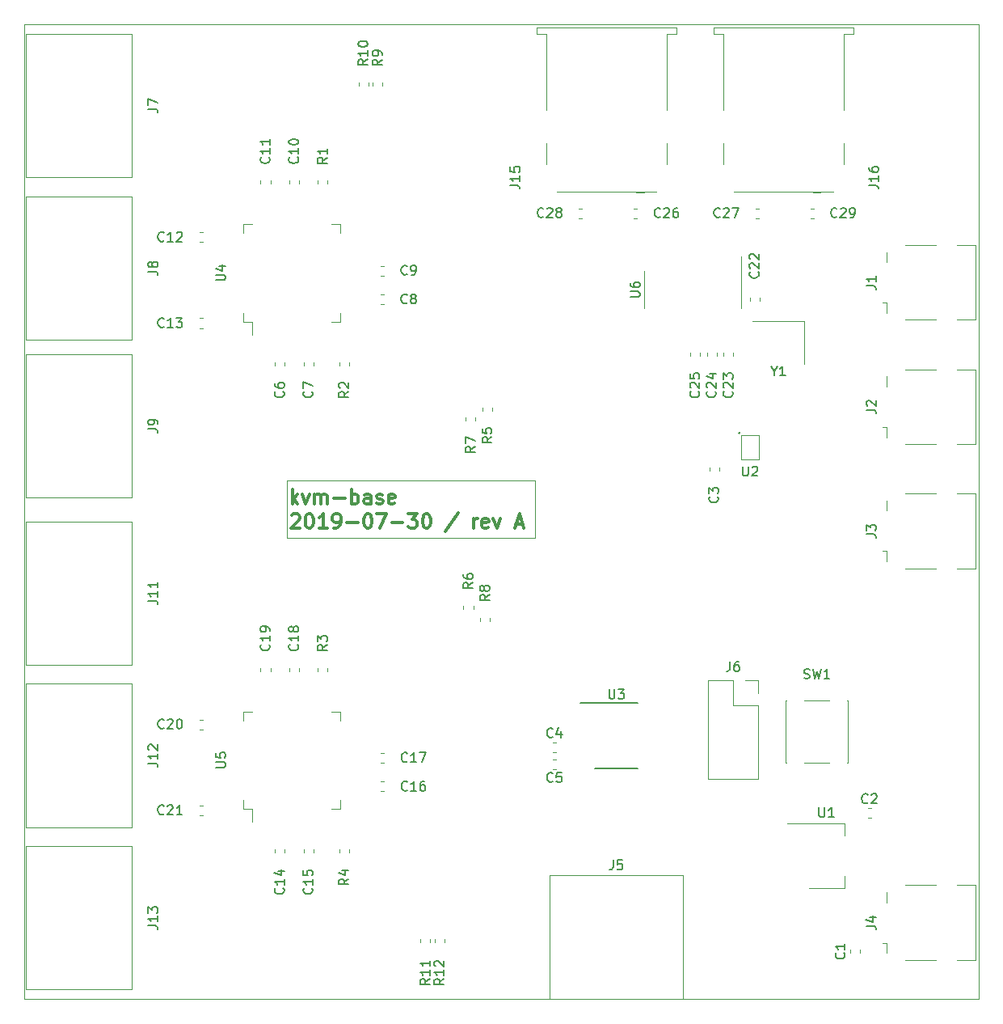
<source format=gbr>
G04 #@! TF.GenerationSoftware,KiCad,Pcbnew,5.1.2-f72e74a~84~ubuntu18.04.1*
G04 #@! TF.CreationDate,2019-07-30T17:28:06-04:00*
G04 #@! TF.ProjectId,kvm-base,6b766d2d-6261-4736-952e-6b696361645f,rev?*
G04 #@! TF.SameCoordinates,Original*
G04 #@! TF.FileFunction,Legend,Top*
G04 #@! TF.FilePolarity,Positive*
%FSLAX46Y46*%
G04 Gerber Fmt 4.6, Leading zero omitted, Abs format (unit mm)*
G04 Created by KiCad (PCBNEW 5.1.2-f72e74a~84~ubuntu18.04.1) date 2019-07-30 17:28:06*
%MOMM*%
%LPD*%
G04 APERTURE LIST*
%ADD10C,0.120000*%
%ADD11C,0.300000*%
%ADD12C,0.100000*%
%ADD13C,0.150000*%
G04 APERTURE END LIST*
D10*
X73500000Y-67750000D02*
X47500000Y-67750000D01*
X73500000Y-73750000D02*
X73500000Y-67750000D01*
X47500000Y-73750000D02*
X73500000Y-73750000D01*
X47500000Y-67750000D02*
X47500000Y-73750000D01*
D11*
X48052142Y-70153571D02*
X48052142Y-68653571D01*
X48195000Y-69582142D02*
X48623571Y-70153571D01*
X48623571Y-69153571D02*
X48052142Y-69725000D01*
X49123571Y-69153571D02*
X49480714Y-70153571D01*
X49837857Y-69153571D01*
X50409285Y-70153571D02*
X50409285Y-69153571D01*
X50409285Y-69296428D02*
X50480714Y-69225000D01*
X50623571Y-69153571D01*
X50837857Y-69153571D01*
X50980714Y-69225000D01*
X51052142Y-69367857D01*
X51052142Y-70153571D01*
X51052142Y-69367857D02*
X51123571Y-69225000D01*
X51266428Y-69153571D01*
X51480714Y-69153571D01*
X51623571Y-69225000D01*
X51695000Y-69367857D01*
X51695000Y-70153571D01*
X52409285Y-69582142D02*
X53552142Y-69582142D01*
X54266428Y-70153571D02*
X54266428Y-68653571D01*
X54266428Y-69225000D02*
X54409285Y-69153571D01*
X54695000Y-69153571D01*
X54837857Y-69225000D01*
X54909285Y-69296428D01*
X54980714Y-69439285D01*
X54980714Y-69867857D01*
X54909285Y-70010714D01*
X54837857Y-70082142D01*
X54695000Y-70153571D01*
X54409285Y-70153571D01*
X54266428Y-70082142D01*
X56266428Y-70153571D02*
X56266428Y-69367857D01*
X56195000Y-69225000D01*
X56052142Y-69153571D01*
X55766428Y-69153571D01*
X55623571Y-69225000D01*
X56266428Y-70082142D02*
X56123571Y-70153571D01*
X55766428Y-70153571D01*
X55623571Y-70082142D01*
X55552142Y-69939285D01*
X55552142Y-69796428D01*
X55623571Y-69653571D01*
X55766428Y-69582142D01*
X56123571Y-69582142D01*
X56266428Y-69510714D01*
X56909285Y-70082142D02*
X57052142Y-70153571D01*
X57337857Y-70153571D01*
X57480714Y-70082142D01*
X57552142Y-69939285D01*
X57552142Y-69867857D01*
X57480714Y-69725000D01*
X57337857Y-69653571D01*
X57123571Y-69653571D01*
X56980714Y-69582142D01*
X56909285Y-69439285D01*
X56909285Y-69367857D01*
X56980714Y-69225000D01*
X57123571Y-69153571D01*
X57337857Y-69153571D01*
X57480714Y-69225000D01*
X58766428Y-70082142D02*
X58623571Y-70153571D01*
X58337857Y-70153571D01*
X58195000Y-70082142D01*
X58123571Y-69939285D01*
X58123571Y-69367857D01*
X58195000Y-69225000D01*
X58337857Y-69153571D01*
X58623571Y-69153571D01*
X58766428Y-69225000D01*
X58837857Y-69367857D01*
X58837857Y-69510714D01*
X58123571Y-69653571D01*
X47980714Y-71346428D02*
X48052142Y-71275000D01*
X48195000Y-71203571D01*
X48552142Y-71203571D01*
X48695000Y-71275000D01*
X48766428Y-71346428D01*
X48837857Y-71489285D01*
X48837857Y-71632142D01*
X48766428Y-71846428D01*
X47909285Y-72703571D01*
X48837857Y-72703571D01*
X49766428Y-71203571D02*
X49909285Y-71203571D01*
X50052142Y-71275000D01*
X50123571Y-71346428D01*
X50195000Y-71489285D01*
X50266428Y-71775000D01*
X50266428Y-72132142D01*
X50195000Y-72417857D01*
X50123571Y-72560714D01*
X50052142Y-72632142D01*
X49909285Y-72703571D01*
X49766428Y-72703571D01*
X49623571Y-72632142D01*
X49552142Y-72560714D01*
X49480714Y-72417857D01*
X49409285Y-72132142D01*
X49409285Y-71775000D01*
X49480714Y-71489285D01*
X49552142Y-71346428D01*
X49623571Y-71275000D01*
X49766428Y-71203571D01*
X51695000Y-72703571D02*
X50837857Y-72703571D01*
X51266428Y-72703571D02*
X51266428Y-71203571D01*
X51123571Y-71417857D01*
X50980714Y-71560714D01*
X50837857Y-71632142D01*
X52409285Y-72703571D02*
X52695000Y-72703571D01*
X52837857Y-72632142D01*
X52909285Y-72560714D01*
X53052142Y-72346428D01*
X53123571Y-72060714D01*
X53123571Y-71489285D01*
X53052142Y-71346428D01*
X52980714Y-71275000D01*
X52837857Y-71203571D01*
X52552142Y-71203571D01*
X52409285Y-71275000D01*
X52337857Y-71346428D01*
X52266428Y-71489285D01*
X52266428Y-71846428D01*
X52337857Y-71989285D01*
X52409285Y-72060714D01*
X52552142Y-72132142D01*
X52837857Y-72132142D01*
X52980714Y-72060714D01*
X53052142Y-71989285D01*
X53123571Y-71846428D01*
X53766428Y-72132142D02*
X54909285Y-72132142D01*
X55909285Y-71203571D02*
X56052142Y-71203571D01*
X56195000Y-71275000D01*
X56266428Y-71346428D01*
X56337857Y-71489285D01*
X56409285Y-71775000D01*
X56409285Y-72132142D01*
X56337857Y-72417857D01*
X56266428Y-72560714D01*
X56195000Y-72632142D01*
X56052142Y-72703571D01*
X55909285Y-72703571D01*
X55766428Y-72632142D01*
X55695000Y-72560714D01*
X55623571Y-72417857D01*
X55552142Y-72132142D01*
X55552142Y-71775000D01*
X55623571Y-71489285D01*
X55695000Y-71346428D01*
X55766428Y-71275000D01*
X55909285Y-71203571D01*
X56909285Y-71203571D02*
X57909285Y-71203571D01*
X57266428Y-72703571D01*
X58480714Y-72132142D02*
X59623571Y-72132142D01*
X60195000Y-71203571D02*
X61123571Y-71203571D01*
X60623571Y-71775000D01*
X60837857Y-71775000D01*
X60980714Y-71846428D01*
X61052142Y-71917857D01*
X61123571Y-72060714D01*
X61123571Y-72417857D01*
X61052142Y-72560714D01*
X60980714Y-72632142D01*
X60837857Y-72703571D01*
X60409285Y-72703571D01*
X60266428Y-72632142D01*
X60195000Y-72560714D01*
X62052142Y-71203571D02*
X62195000Y-71203571D01*
X62337857Y-71275000D01*
X62409285Y-71346428D01*
X62480714Y-71489285D01*
X62552142Y-71775000D01*
X62552142Y-72132142D01*
X62480714Y-72417857D01*
X62409285Y-72560714D01*
X62337857Y-72632142D01*
X62195000Y-72703571D01*
X62052142Y-72703571D01*
X61909285Y-72632142D01*
X61837857Y-72560714D01*
X61766428Y-72417857D01*
X61695000Y-72132142D01*
X61695000Y-71775000D01*
X61766428Y-71489285D01*
X61837857Y-71346428D01*
X61909285Y-71275000D01*
X62052142Y-71203571D01*
X65409285Y-71132142D02*
X64123571Y-73060714D01*
X67052142Y-72703571D02*
X67052142Y-71703571D01*
X67052142Y-71989285D02*
X67123571Y-71846428D01*
X67195000Y-71775000D01*
X67337857Y-71703571D01*
X67480714Y-71703571D01*
X68552142Y-72632142D02*
X68409285Y-72703571D01*
X68123571Y-72703571D01*
X67980714Y-72632142D01*
X67909285Y-72489285D01*
X67909285Y-71917857D01*
X67980714Y-71775000D01*
X68123571Y-71703571D01*
X68409285Y-71703571D01*
X68552142Y-71775000D01*
X68623571Y-71917857D01*
X68623571Y-72060714D01*
X67909285Y-72203571D01*
X69123571Y-71703571D02*
X69480714Y-72703571D01*
X69837857Y-71703571D01*
X71480714Y-72275000D02*
X72195000Y-72275000D01*
X71337857Y-72703571D02*
X71837857Y-71203571D01*
X72337857Y-72703571D01*
D10*
X20000000Y-122000000D02*
X20000000Y-20000000D01*
X120000000Y-122000000D02*
X20000000Y-122000000D01*
X120000000Y-20000000D02*
X120000000Y-122000000D01*
X20000000Y-20000000D02*
X120000000Y-20000000D01*
X119660000Y-110090000D02*
X119660000Y-117910000D01*
X110340000Y-116110000D02*
X109910000Y-116110000D01*
X119660000Y-110090000D02*
X117710000Y-110090000D01*
X115490000Y-110090000D02*
X112260000Y-110090000D01*
X110340000Y-111890000D02*
X110340000Y-110810000D01*
X110340000Y-117190000D02*
X110340000Y-116110000D01*
X115490000Y-117910000D02*
X112260000Y-117910000D01*
X119660000Y-117910000D02*
X117710000Y-117910000D01*
X119660000Y-76910000D02*
X117710000Y-76910000D01*
X115490000Y-76910000D02*
X112260000Y-76910000D01*
X110340000Y-76190000D02*
X110340000Y-75110000D01*
X110340000Y-70890000D02*
X110340000Y-69810000D01*
X115490000Y-69090000D02*
X112260000Y-69090000D01*
X119660000Y-69090000D02*
X117710000Y-69090000D01*
X110340000Y-75110000D02*
X109910000Y-75110000D01*
X119660000Y-69090000D02*
X119660000Y-76910000D01*
X119660000Y-56090000D02*
X119660000Y-63910000D01*
X110340000Y-62110000D02*
X109910000Y-62110000D01*
X119660000Y-56090000D02*
X117710000Y-56090000D01*
X115490000Y-56090000D02*
X112260000Y-56090000D01*
X110340000Y-57890000D02*
X110340000Y-56810000D01*
X110340000Y-63190000D02*
X110340000Y-62110000D01*
X115490000Y-63910000D02*
X112260000Y-63910000D01*
X119660000Y-63910000D02*
X117710000Y-63910000D01*
X119660000Y-43090000D02*
X119660000Y-50910000D01*
X110340000Y-49110000D02*
X109910000Y-49110000D01*
X119660000Y-43090000D02*
X117710000Y-43090000D01*
X115490000Y-43090000D02*
X112260000Y-43090000D01*
X110340000Y-44890000D02*
X110340000Y-43810000D01*
X110340000Y-50190000D02*
X110340000Y-49110000D01*
X115490000Y-50910000D02*
X112260000Y-50910000D01*
X119660000Y-50910000D02*
X117710000Y-50910000D01*
X20150000Y-21000000D02*
X31250000Y-21000000D01*
X20150000Y-36000000D02*
X20150000Y-21000000D01*
X31250000Y-36000000D02*
X20150000Y-36000000D01*
X31250000Y-21000000D02*
X31250000Y-36000000D01*
X20150000Y-38000000D02*
X31250000Y-38000000D01*
X20150000Y-53000000D02*
X20150000Y-38000000D01*
X31250000Y-53000000D02*
X20150000Y-53000000D01*
X31250000Y-38000000D02*
X31250000Y-53000000D01*
X20150000Y-54500000D02*
X31250000Y-54500000D01*
X20150000Y-69500000D02*
X20150000Y-54500000D01*
X31250000Y-69500000D02*
X20150000Y-69500000D01*
X31250000Y-54500000D02*
X31250000Y-69500000D01*
X20150000Y-72000000D02*
X31250000Y-72000000D01*
X20150000Y-87000000D02*
X20150000Y-72000000D01*
X31250000Y-87000000D02*
X20150000Y-87000000D01*
X31250000Y-72000000D02*
X31250000Y-87000000D01*
X20150000Y-89000000D02*
X31250000Y-89000000D01*
X20150000Y-104000000D02*
X20150000Y-89000000D01*
X31250000Y-104000000D02*
X20150000Y-104000000D01*
X31250000Y-89000000D02*
X31250000Y-104000000D01*
X20150000Y-106000000D02*
X31250000Y-106000000D01*
X20150000Y-121000000D02*
X20150000Y-106000000D01*
X31250000Y-121000000D02*
X20150000Y-121000000D01*
X31250000Y-106000000D02*
X31250000Y-121000000D01*
X106490000Y-116828733D02*
X106490000Y-117171267D01*
X107510000Y-116828733D02*
X107510000Y-117171267D01*
X108328733Y-101990000D02*
X108671267Y-101990000D01*
X108328733Y-103010000D02*
X108671267Y-103010000D01*
X92760000Y-66328733D02*
X92760000Y-66671267D01*
X91740000Y-66328733D02*
X91740000Y-66671267D01*
X75671267Y-95160000D02*
X75328733Y-95160000D01*
X75671267Y-96180000D02*
X75328733Y-96180000D01*
X75671267Y-97930000D02*
X75328733Y-97930000D01*
X75671267Y-96910000D02*
X75328733Y-96910000D01*
X47260000Y-55328733D02*
X47260000Y-55671267D01*
X46240000Y-55328733D02*
X46240000Y-55671267D01*
X49240000Y-55328733D02*
X49240000Y-55671267D01*
X50260000Y-55328733D02*
X50260000Y-55671267D01*
X57328733Y-48240000D02*
X57671267Y-48240000D01*
X57328733Y-49260000D02*
X57671267Y-49260000D01*
X57328733Y-46260000D02*
X57671267Y-46260000D01*
X57328733Y-45240000D02*
X57671267Y-45240000D01*
X47740000Y-36671267D02*
X47740000Y-36328733D01*
X48760000Y-36671267D02*
X48760000Y-36328733D01*
X45760000Y-36671267D02*
X45760000Y-36328733D01*
X44740000Y-36671267D02*
X44740000Y-36328733D01*
X38671267Y-42760000D02*
X38328733Y-42760000D01*
X38671267Y-41740000D02*
X38328733Y-41740000D01*
X38671267Y-50740000D02*
X38328733Y-50740000D01*
X38671267Y-51760000D02*
X38328733Y-51760000D01*
X47260000Y-106328733D02*
X47260000Y-106671267D01*
X46240000Y-106328733D02*
X46240000Y-106671267D01*
X49240000Y-106328733D02*
X49240000Y-106671267D01*
X50260000Y-106328733D02*
X50260000Y-106671267D01*
X57328733Y-99240000D02*
X57671267Y-99240000D01*
X57328733Y-100260000D02*
X57671267Y-100260000D01*
X57328733Y-96240000D02*
X57671267Y-96240000D01*
X57328733Y-97260000D02*
X57671267Y-97260000D01*
X47740000Y-87671267D02*
X47740000Y-87328733D01*
X48760000Y-87671267D02*
X48760000Y-87328733D01*
X44740000Y-87671267D02*
X44740000Y-87328733D01*
X45760000Y-87671267D02*
X45760000Y-87328733D01*
X38671267Y-92740000D02*
X38328733Y-92740000D01*
X38671267Y-93760000D02*
X38328733Y-93760000D01*
X38671267Y-102760000D02*
X38328733Y-102760000D01*
X38671267Y-101740000D02*
X38328733Y-101740000D01*
X95990000Y-48921267D02*
X95990000Y-48578733D01*
X97010000Y-48921267D02*
X97010000Y-48578733D01*
X93240000Y-54328733D02*
X93240000Y-54671267D01*
X94260000Y-54328733D02*
X94260000Y-54671267D01*
X92510000Y-54328733D02*
X92510000Y-54671267D01*
X91490000Y-54328733D02*
X91490000Y-54671267D01*
X89740000Y-54328733D02*
X89740000Y-54671267D01*
X90760000Y-54328733D02*
X90760000Y-54671267D01*
X84171267Y-40260000D02*
X83828733Y-40260000D01*
X84171267Y-39240000D02*
X83828733Y-39240000D01*
X96921267Y-39240000D02*
X96578733Y-39240000D01*
X96921267Y-40260000D02*
X96578733Y-40260000D01*
X78421267Y-40260000D02*
X78078733Y-40260000D01*
X78421267Y-39240000D02*
X78078733Y-39240000D01*
X102671267Y-39240000D02*
X102328733Y-39240000D01*
X102671267Y-40260000D02*
X102328733Y-40260000D01*
X75000000Y-122000000D02*
X89000000Y-122000000D01*
X75000000Y-109000000D02*
X89000000Y-109000000D01*
X75000000Y-109000000D02*
X75000000Y-122000000D01*
X89000000Y-122000000D02*
X89000000Y-109000000D01*
X91630000Y-88670000D02*
X94230000Y-88670000D01*
X91630000Y-88670000D02*
X91630000Y-98950000D01*
X91630000Y-98950000D02*
X96830000Y-98950000D01*
X96830000Y-91270000D02*
X96830000Y-98950000D01*
X94230000Y-91270000D02*
X96830000Y-91270000D01*
X94230000Y-88670000D02*
X94230000Y-91270000D01*
X96830000Y-88670000D02*
X96830000Y-90000000D01*
X95500000Y-88670000D02*
X96830000Y-88670000D01*
X74690000Y-32420000D02*
X74690000Y-34600000D01*
X87310000Y-32420000D02*
X87310000Y-34600000D01*
X74690000Y-28920000D02*
X74690000Y-20950000D01*
X74690000Y-20950000D02*
X73690000Y-20950000D01*
X73690000Y-20950000D02*
X73690000Y-20330000D01*
X73690000Y-20330000D02*
X88310000Y-20330000D01*
X88310000Y-20330000D02*
X88310000Y-20950000D01*
X88310000Y-20950000D02*
X87310000Y-20950000D01*
X87310000Y-20950000D02*
X87310000Y-28920000D01*
X86190000Y-37450000D02*
X75810000Y-37450000D01*
X84100000Y-37600000D02*
X84900000Y-37600000D01*
X102600000Y-37600000D02*
X103400000Y-37600000D01*
X104690000Y-37450000D02*
X94310000Y-37450000D01*
X105810000Y-20950000D02*
X105810000Y-28920000D01*
X106810000Y-20950000D02*
X105810000Y-20950000D01*
X106810000Y-20330000D02*
X106810000Y-20950000D01*
X92190000Y-20330000D02*
X106810000Y-20330000D01*
X92190000Y-20950000D02*
X92190000Y-20330000D01*
X93190000Y-20950000D02*
X92190000Y-20950000D01*
X93190000Y-28920000D02*
X93190000Y-20950000D01*
X105810000Y-32420000D02*
X105810000Y-34600000D01*
X93190000Y-32420000D02*
X93190000Y-34600000D01*
X50740000Y-36671267D02*
X50740000Y-36328733D01*
X51760000Y-36671267D02*
X51760000Y-36328733D01*
X52990000Y-55328733D02*
X52990000Y-55671267D01*
X54010000Y-55328733D02*
X54010000Y-55671267D01*
X50740000Y-87671267D02*
X50740000Y-87328733D01*
X51760000Y-87671267D02*
X51760000Y-87328733D01*
X54010000Y-106328733D02*
X54010000Y-106671267D01*
X52990000Y-106328733D02*
X52990000Y-106671267D01*
X69010000Y-60421267D02*
X69010000Y-60078733D01*
X67990000Y-60421267D02*
X67990000Y-60078733D01*
X65990000Y-80828733D02*
X65990000Y-81171267D01*
X67010000Y-80828733D02*
X67010000Y-81171267D01*
X66240000Y-61421267D02*
X66240000Y-61078733D01*
X67260000Y-61421267D02*
X67260000Y-61078733D01*
X68760000Y-82078733D02*
X68760000Y-82421267D01*
X67740000Y-82078733D02*
X67740000Y-82421267D01*
X106230000Y-97230000D02*
X106200000Y-97230000D01*
X99770000Y-97230000D02*
X99800000Y-97230000D01*
X99770000Y-90770000D02*
X99800000Y-90770000D01*
X106200000Y-90770000D02*
X106230000Y-90770000D01*
X104300000Y-97230000D02*
X101700000Y-97230000D01*
X106230000Y-90770000D02*
X106230000Y-97230000D01*
X104300000Y-90770000D02*
X101700000Y-90770000D01*
X99770000Y-90770000D02*
X99770000Y-97230000D01*
X105910000Y-110410000D02*
X105910000Y-109150000D01*
X105910000Y-103590000D02*
X105910000Y-104850000D01*
X102150000Y-110410000D02*
X105910000Y-110410000D01*
X99900000Y-103590000D02*
X105910000Y-103590000D01*
D12*
X95000000Y-62750000D02*
G75*
G03X95000000Y-62750000I-100000J0D01*
G01*
D10*
X95100000Y-65550000D02*
X96900000Y-65550000D01*
X95100000Y-62950000D02*
X96900000Y-62950000D01*
X96900000Y-62950000D02*
X96900000Y-65550000D01*
X95100000Y-62950000D02*
X95100000Y-65550000D01*
D13*
X79775000Y-97870000D02*
X84225000Y-97870000D01*
X78250000Y-90970000D02*
X84225000Y-90970000D01*
D10*
X43840000Y-51110000D02*
X43840000Y-52450000D01*
X42890000Y-51110000D02*
X43840000Y-51110000D01*
X42890000Y-50160000D02*
X42890000Y-51110000D01*
X42890000Y-40890000D02*
X43840000Y-40890000D01*
X42890000Y-41840000D02*
X42890000Y-40890000D01*
X53110000Y-51110000D02*
X52160000Y-51110000D01*
X53110000Y-50160000D02*
X53110000Y-51110000D01*
X53110000Y-40890000D02*
X52160000Y-40890000D01*
X53110000Y-41840000D02*
X53110000Y-40890000D01*
X53110000Y-92840000D02*
X53110000Y-91890000D01*
X53110000Y-91890000D02*
X52160000Y-91890000D01*
X53110000Y-101160000D02*
X53110000Y-102110000D01*
X53110000Y-102110000D02*
X52160000Y-102110000D01*
X42890000Y-92840000D02*
X42890000Y-91890000D01*
X42890000Y-91890000D02*
X43840000Y-91890000D01*
X42890000Y-101160000D02*
X42890000Y-102110000D01*
X42890000Y-102110000D02*
X43840000Y-102110000D01*
X43840000Y-102110000D02*
X43840000Y-103450000D01*
X84940000Y-47750000D02*
X84940000Y-49700000D01*
X84940000Y-47750000D02*
X84940000Y-45800000D01*
X95060000Y-47750000D02*
X95060000Y-49700000D01*
X95060000Y-47750000D02*
X95060000Y-44300000D01*
X101700000Y-55500000D02*
X101700000Y-51000000D01*
X101700000Y-51000000D02*
X96300000Y-51000000D01*
X56490000Y-26078733D02*
X56490000Y-26421267D01*
X57510000Y-26078733D02*
X57510000Y-26421267D01*
X56010000Y-26078733D02*
X56010000Y-26421267D01*
X54990000Y-26078733D02*
X54990000Y-26421267D01*
X61490000Y-116096266D02*
X61490000Y-115753732D01*
X62510000Y-116096266D02*
X62510000Y-115753732D01*
X64010000Y-116096266D02*
X64010000Y-115753732D01*
X62990000Y-116096266D02*
X62990000Y-115753732D01*
D13*
X108202380Y-114333333D02*
X108916666Y-114333333D01*
X109059523Y-114380952D01*
X109154761Y-114476190D01*
X109202380Y-114619047D01*
X109202380Y-114714285D01*
X108535714Y-113428571D02*
X109202380Y-113428571D01*
X108154761Y-113666666D02*
X108869047Y-113904761D01*
X108869047Y-113285714D01*
X108202380Y-73333333D02*
X108916666Y-73333333D01*
X109059523Y-73380952D01*
X109154761Y-73476190D01*
X109202380Y-73619047D01*
X109202380Y-73714285D01*
X108202380Y-72952380D02*
X108202380Y-72333333D01*
X108583333Y-72666666D01*
X108583333Y-72523809D01*
X108630952Y-72428571D01*
X108678571Y-72380952D01*
X108773809Y-72333333D01*
X109011904Y-72333333D01*
X109107142Y-72380952D01*
X109154761Y-72428571D01*
X109202380Y-72523809D01*
X109202380Y-72809523D01*
X109154761Y-72904761D01*
X109107142Y-72952380D01*
X108202380Y-60333333D02*
X108916666Y-60333333D01*
X109059523Y-60380952D01*
X109154761Y-60476190D01*
X109202380Y-60619047D01*
X109202380Y-60714285D01*
X108297619Y-59904761D02*
X108250000Y-59857142D01*
X108202380Y-59761904D01*
X108202380Y-59523809D01*
X108250000Y-59428571D01*
X108297619Y-59380952D01*
X108392857Y-59333333D01*
X108488095Y-59333333D01*
X108630952Y-59380952D01*
X109202380Y-59952380D01*
X109202380Y-59333333D01*
X108202380Y-47333333D02*
X108916666Y-47333333D01*
X109059523Y-47380952D01*
X109154761Y-47476190D01*
X109202380Y-47619047D01*
X109202380Y-47714285D01*
X109202380Y-46333333D02*
X109202380Y-46904761D01*
X109202380Y-46619047D02*
X108202380Y-46619047D01*
X108345238Y-46714285D01*
X108440476Y-46809523D01*
X108488095Y-46904761D01*
X32952380Y-28833333D02*
X33666666Y-28833333D01*
X33809523Y-28880952D01*
X33904761Y-28976190D01*
X33952380Y-29119047D01*
X33952380Y-29214285D01*
X32952380Y-28452380D02*
X32952380Y-27785714D01*
X33952380Y-28214285D01*
X32952380Y-45833333D02*
X33666666Y-45833333D01*
X33809523Y-45880952D01*
X33904761Y-45976190D01*
X33952380Y-46119047D01*
X33952380Y-46214285D01*
X33380952Y-45214285D02*
X33333333Y-45309523D01*
X33285714Y-45357142D01*
X33190476Y-45404761D01*
X33142857Y-45404761D01*
X33047619Y-45357142D01*
X33000000Y-45309523D01*
X32952380Y-45214285D01*
X32952380Y-45023809D01*
X33000000Y-44928571D01*
X33047619Y-44880952D01*
X33142857Y-44833333D01*
X33190476Y-44833333D01*
X33285714Y-44880952D01*
X33333333Y-44928571D01*
X33380952Y-45023809D01*
X33380952Y-45214285D01*
X33428571Y-45309523D01*
X33476190Y-45357142D01*
X33571428Y-45404761D01*
X33761904Y-45404761D01*
X33857142Y-45357142D01*
X33904761Y-45309523D01*
X33952380Y-45214285D01*
X33952380Y-45023809D01*
X33904761Y-44928571D01*
X33857142Y-44880952D01*
X33761904Y-44833333D01*
X33571428Y-44833333D01*
X33476190Y-44880952D01*
X33428571Y-44928571D01*
X33380952Y-45023809D01*
X32952380Y-62333333D02*
X33666666Y-62333333D01*
X33809523Y-62380952D01*
X33904761Y-62476190D01*
X33952380Y-62619047D01*
X33952380Y-62714285D01*
X33952380Y-61809523D02*
X33952380Y-61619047D01*
X33904761Y-61523809D01*
X33857142Y-61476190D01*
X33714285Y-61380952D01*
X33523809Y-61333333D01*
X33142857Y-61333333D01*
X33047619Y-61380952D01*
X33000000Y-61428571D01*
X32952380Y-61523809D01*
X32952380Y-61714285D01*
X33000000Y-61809523D01*
X33047619Y-61857142D01*
X33142857Y-61904761D01*
X33380952Y-61904761D01*
X33476190Y-61857142D01*
X33523809Y-61809523D01*
X33571428Y-61714285D01*
X33571428Y-61523809D01*
X33523809Y-61428571D01*
X33476190Y-61380952D01*
X33380952Y-61333333D01*
X32952380Y-80309523D02*
X33666666Y-80309523D01*
X33809523Y-80357142D01*
X33904761Y-80452380D01*
X33952380Y-80595238D01*
X33952380Y-80690476D01*
X33952380Y-79309523D02*
X33952380Y-79880952D01*
X33952380Y-79595238D02*
X32952380Y-79595238D01*
X33095238Y-79690476D01*
X33190476Y-79785714D01*
X33238095Y-79880952D01*
X33952380Y-78357142D02*
X33952380Y-78928571D01*
X33952380Y-78642857D02*
X32952380Y-78642857D01*
X33095238Y-78738095D01*
X33190476Y-78833333D01*
X33238095Y-78928571D01*
X32952380Y-97309523D02*
X33666666Y-97309523D01*
X33809523Y-97357142D01*
X33904761Y-97452380D01*
X33952380Y-97595238D01*
X33952380Y-97690476D01*
X33952380Y-96309523D02*
X33952380Y-96880952D01*
X33952380Y-96595238D02*
X32952380Y-96595238D01*
X33095238Y-96690476D01*
X33190476Y-96785714D01*
X33238095Y-96880952D01*
X33047619Y-95928571D02*
X33000000Y-95880952D01*
X32952380Y-95785714D01*
X32952380Y-95547619D01*
X33000000Y-95452380D01*
X33047619Y-95404761D01*
X33142857Y-95357142D01*
X33238095Y-95357142D01*
X33380952Y-95404761D01*
X33952380Y-95976190D01*
X33952380Y-95357142D01*
X32952380Y-114309523D02*
X33666666Y-114309523D01*
X33809523Y-114357142D01*
X33904761Y-114452380D01*
X33952380Y-114595238D01*
X33952380Y-114690476D01*
X33952380Y-113309523D02*
X33952380Y-113880952D01*
X33952380Y-113595238D02*
X32952380Y-113595238D01*
X33095238Y-113690476D01*
X33190476Y-113785714D01*
X33238095Y-113880952D01*
X32952380Y-112976190D02*
X32952380Y-112357142D01*
X33333333Y-112690476D01*
X33333333Y-112547619D01*
X33380952Y-112452380D01*
X33428571Y-112404761D01*
X33523809Y-112357142D01*
X33761904Y-112357142D01*
X33857142Y-112404761D01*
X33904761Y-112452380D01*
X33952380Y-112547619D01*
X33952380Y-112833333D01*
X33904761Y-112928571D01*
X33857142Y-112976190D01*
X105857142Y-117166666D02*
X105904761Y-117214285D01*
X105952380Y-117357142D01*
X105952380Y-117452380D01*
X105904761Y-117595238D01*
X105809523Y-117690476D01*
X105714285Y-117738095D01*
X105523809Y-117785714D01*
X105380952Y-117785714D01*
X105190476Y-117738095D01*
X105095238Y-117690476D01*
X105000000Y-117595238D01*
X104952380Y-117452380D01*
X104952380Y-117357142D01*
X105000000Y-117214285D01*
X105047619Y-117166666D01*
X105952380Y-116214285D02*
X105952380Y-116785714D01*
X105952380Y-116500000D02*
X104952380Y-116500000D01*
X105095238Y-116595238D01*
X105190476Y-116690476D01*
X105238095Y-116785714D01*
X108333333Y-101427142D02*
X108285714Y-101474761D01*
X108142857Y-101522380D01*
X108047619Y-101522380D01*
X107904761Y-101474761D01*
X107809523Y-101379523D01*
X107761904Y-101284285D01*
X107714285Y-101093809D01*
X107714285Y-100950952D01*
X107761904Y-100760476D01*
X107809523Y-100665238D01*
X107904761Y-100570000D01*
X108047619Y-100522380D01*
X108142857Y-100522380D01*
X108285714Y-100570000D01*
X108333333Y-100617619D01*
X108714285Y-100617619D02*
X108761904Y-100570000D01*
X108857142Y-100522380D01*
X109095238Y-100522380D01*
X109190476Y-100570000D01*
X109238095Y-100617619D01*
X109285714Y-100712857D01*
X109285714Y-100808095D01*
X109238095Y-100950952D01*
X108666666Y-101522380D01*
X109285714Y-101522380D01*
X92607142Y-69416666D02*
X92654761Y-69464285D01*
X92702380Y-69607142D01*
X92702380Y-69702380D01*
X92654761Y-69845238D01*
X92559523Y-69940476D01*
X92464285Y-69988095D01*
X92273809Y-70035714D01*
X92130952Y-70035714D01*
X91940476Y-69988095D01*
X91845238Y-69940476D01*
X91750000Y-69845238D01*
X91702380Y-69702380D01*
X91702380Y-69607142D01*
X91750000Y-69464285D01*
X91797619Y-69416666D01*
X91702380Y-69083333D02*
X91702380Y-68464285D01*
X92083333Y-68797619D01*
X92083333Y-68654761D01*
X92130952Y-68559523D01*
X92178571Y-68511904D01*
X92273809Y-68464285D01*
X92511904Y-68464285D01*
X92607142Y-68511904D01*
X92654761Y-68559523D01*
X92702380Y-68654761D01*
X92702380Y-68940476D01*
X92654761Y-69035714D01*
X92607142Y-69083333D01*
X75333333Y-94527142D02*
X75285714Y-94574761D01*
X75142857Y-94622380D01*
X75047619Y-94622380D01*
X74904761Y-94574761D01*
X74809523Y-94479523D01*
X74761904Y-94384285D01*
X74714285Y-94193809D01*
X74714285Y-94050952D01*
X74761904Y-93860476D01*
X74809523Y-93765238D01*
X74904761Y-93670000D01*
X75047619Y-93622380D01*
X75142857Y-93622380D01*
X75285714Y-93670000D01*
X75333333Y-93717619D01*
X76190476Y-93955714D02*
X76190476Y-94622380D01*
X75952380Y-93574761D02*
X75714285Y-94289047D01*
X76333333Y-94289047D01*
X75333333Y-99207142D02*
X75285714Y-99254761D01*
X75142857Y-99302380D01*
X75047619Y-99302380D01*
X74904761Y-99254761D01*
X74809523Y-99159523D01*
X74761904Y-99064285D01*
X74714285Y-98873809D01*
X74714285Y-98730952D01*
X74761904Y-98540476D01*
X74809523Y-98445238D01*
X74904761Y-98350000D01*
X75047619Y-98302380D01*
X75142857Y-98302380D01*
X75285714Y-98350000D01*
X75333333Y-98397619D01*
X76238095Y-98302380D02*
X75761904Y-98302380D01*
X75714285Y-98778571D01*
X75761904Y-98730952D01*
X75857142Y-98683333D01*
X76095238Y-98683333D01*
X76190476Y-98730952D01*
X76238095Y-98778571D01*
X76285714Y-98873809D01*
X76285714Y-99111904D01*
X76238095Y-99207142D01*
X76190476Y-99254761D01*
X76095238Y-99302380D01*
X75857142Y-99302380D01*
X75761904Y-99254761D01*
X75714285Y-99207142D01*
X47107142Y-58416666D02*
X47154761Y-58464285D01*
X47202380Y-58607142D01*
X47202380Y-58702380D01*
X47154761Y-58845238D01*
X47059523Y-58940476D01*
X46964285Y-58988095D01*
X46773809Y-59035714D01*
X46630952Y-59035714D01*
X46440476Y-58988095D01*
X46345238Y-58940476D01*
X46250000Y-58845238D01*
X46202380Y-58702380D01*
X46202380Y-58607142D01*
X46250000Y-58464285D01*
X46297619Y-58416666D01*
X46202380Y-57559523D02*
X46202380Y-57750000D01*
X46250000Y-57845238D01*
X46297619Y-57892857D01*
X46440476Y-57988095D01*
X46630952Y-58035714D01*
X47011904Y-58035714D01*
X47107142Y-57988095D01*
X47154761Y-57940476D01*
X47202380Y-57845238D01*
X47202380Y-57654761D01*
X47154761Y-57559523D01*
X47107142Y-57511904D01*
X47011904Y-57464285D01*
X46773809Y-57464285D01*
X46678571Y-57511904D01*
X46630952Y-57559523D01*
X46583333Y-57654761D01*
X46583333Y-57845238D01*
X46630952Y-57940476D01*
X46678571Y-57988095D01*
X46773809Y-58035714D01*
X50107142Y-58416666D02*
X50154761Y-58464285D01*
X50202380Y-58607142D01*
X50202380Y-58702380D01*
X50154761Y-58845238D01*
X50059523Y-58940476D01*
X49964285Y-58988095D01*
X49773809Y-59035714D01*
X49630952Y-59035714D01*
X49440476Y-58988095D01*
X49345238Y-58940476D01*
X49250000Y-58845238D01*
X49202380Y-58702380D01*
X49202380Y-58607142D01*
X49250000Y-58464285D01*
X49297619Y-58416666D01*
X49202380Y-58083333D02*
X49202380Y-57416666D01*
X50202380Y-57845238D01*
X60083333Y-49107142D02*
X60035714Y-49154761D01*
X59892857Y-49202380D01*
X59797619Y-49202380D01*
X59654761Y-49154761D01*
X59559523Y-49059523D01*
X59511904Y-48964285D01*
X59464285Y-48773809D01*
X59464285Y-48630952D01*
X59511904Y-48440476D01*
X59559523Y-48345238D01*
X59654761Y-48250000D01*
X59797619Y-48202380D01*
X59892857Y-48202380D01*
X60035714Y-48250000D01*
X60083333Y-48297619D01*
X60654761Y-48630952D02*
X60559523Y-48583333D01*
X60511904Y-48535714D01*
X60464285Y-48440476D01*
X60464285Y-48392857D01*
X60511904Y-48297619D01*
X60559523Y-48250000D01*
X60654761Y-48202380D01*
X60845238Y-48202380D01*
X60940476Y-48250000D01*
X60988095Y-48297619D01*
X61035714Y-48392857D01*
X61035714Y-48440476D01*
X60988095Y-48535714D01*
X60940476Y-48583333D01*
X60845238Y-48630952D01*
X60654761Y-48630952D01*
X60559523Y-48678571D01*
X60511904Y-48726190D01*
X60464285Y-48821428D01*
X60464285Y-49011904D01*
X60511904Y-49107142D01*
X60559523Y-49154761D01*
X60654761Y-49202380D01*
X60845238Y-49202380D01*
X60940476Y-49154761D01*
X60988095Y-49107142D01*
X61035714Y-49011904D01*
X61035714Y-48821428D01*
X60988095Y-48726190D01*
X60940476Y-48678571D01*
X60845238Y-48630952D01*
X60083333Y-46107142D02*
X60035714Y-46154761D01*
X59892857Y-46202380D01*
X59797619Y-46202380D01*
X59654761Y-46154761D01*
X59559523Y-46059523D01*
X59511904Y-45964285D01*
X59464285Y-45773809D01*
X59464285Y-45630952D01*
X59511904Y-45440476D01*
X59559523Y-45345238D01*
X59654761Y-45250000D01*
X59797619Y-45202380D01*
X59892857Y-45202380D01*
X60035714Y-45250000D01*
X60083333Y-45297619D01*
X60559523Y-46202380D02*
X60750000Y-46202380D01*
X60845238Y-46154761D01*
X60892857Y-46107142D01*
X60988095Y-45964285D01*
X61035714Y-45773809D01*
X61035714Y-45392857D01*
X60988095Y-45297619D01*
X60940476Y-45250000D01*
X60845238Y-45202380D01*
X60654761Y-45202380D01*
X60559523Y-45250000D01*
X60511904Y-45297619D01*
X60464285Y-45392857D01*
X60464285Y-45630952D01*
X60511904Y-45726190D01*
X60559523Y-45773809D01*
X60654761Y-45821428D01*
X60845238Y-45821428D01*
X60940476Y-45773809D01*
X60988095Y-45726190D01*
X61035714Y-45630952D01*
X48607142Y-33892857D02*
X48654761Y-33940476D01*
X48702380Y-34083333D01*
X48702380Y-34178571D01*
X48654761Y-34321428D01*
X48559523Y-34416666D01*
X48464285Y-34464285D01*
X48273809Y-34511904D01*
X48130952Y-34511904D01*
X47940476Y-34464285D01*
X47845238Y-34416666D01*
X47750000Y-34321428D01*
X47702380Y-34178571D01*
X47702380Y-34083333D01*
X47750000Y-33940476D01*
X47797619Y-33892857D01*
X48702380Y-32940476D02*
X48702380Y-33511904D01*
X48702380Y-33226190D02*
X47702380Y-33226190D01*
X47845238Y-33321428D01*
X47940476Y-33416666D01*
X47988095Y-33511904D01*
X47702380Y-32321428D02*
X47702380Y-32226190D01*
X47750000Y-32130952D01*
X47797619Y-32083333D01*
X47892857Y-32035714D01*
X48083333Y-31988095D01*
X48321428Y-31988095D01*
X48511904Y-32035714D01*
X48607142Y-32083333D01*
X48654761Y-32130952D01*
X48702380Y-32226190D01*
X48702380Y-32321428D01*
X48654761Y-32416666D01*
X48607142Y-32464285D01*
X48511904Y-32511904D01*
X48321428Y-32559523D01*
X48083333Y-32559523D01*
X47892857Y-32511904D01*
X47797619Y-32464285D01*
X47750000Y-32416666D01*
X47702380Y-32321428D01*
X45607142Y-33892857D02*
X45654761Y-33940476D01*
X45702380Y-34083333D01*
X45702380Y-34178571D01*
X45654761Y-34321428D01*
X45559523Y-34416666D01*
X45464285Y-34464285D01*
X45273809Y-34511904D01*
X45130952Y-34511904D01*
X44940476Y-34464285D01*
X44845238Y-34416666D01*
X44750000Y-34321428D01*
X44702380Y-34178571D01*
X44702380Y-34083333D01*
X44750000Y-33940476D01*
X44797619Y-33892857D01*
X45702380Y-32940476D02*
X45702380Y-33511904D01*
X45702380Y-33226190D02*
X44702380Y-33226190D01*
X44845238Y-33321428D01*
X44940476Y-33416666D01*
X44988095Y-33511904D01*
X45702380Y-31988095D02*
X45702380Y-32559523D01*
X45702380Y-32273809D02*
X44702380Y-32273809D01*
X44845238Y-32369047D01*
X44940476Y-32464285D01*
X44988095Y-32559523D01*
X34607142Y-42607142D02*
X34559523Y-42654761D01*
X34416666Y-42702380D01*
X34321428Y-42702380D01*
X34178571Y-42654761D01*
X34083333Y-42559523D01*
X34035714Y-42464285D01*
X33988095Y-42273809D01*
X33988095Y-42130952D01*
X34035714Y-41940476D01*
X34083333Y-41845238D01*
X34178571Y-41750000D01*
X34321428Y-41702380D01*
X34416666Y-41702380D01*
X34559523Y-41750000D01*
X34607142Y-41797619D01*
X35559523Y-42702380D02*
X34988095Y-42702380D01*
X35273809Y-42702380D02*
X35273809Y-41702380D01*
X35178571Y-41845238D01*
X35083333Y-41940476D01*
X34988095Y-41988095D01*
X35940476Y-41797619D02*
X35988095Y-41750000D01*
X36083333Y-41702380D01*
X36321428Y-41702380D01*
X36416666Y-41750000D01*
X36464285Y-41797619D01*
X36511904Y-41892857D01*
X36511904Y-41988095D01*
X36464285Y-42130952D01*
X35892857Y-42702380D01*
X36511904Y-42702380D01*
X34607142Y-51607142D02*
X34559523Y-51654761D01*
X34416666Y-51702380D01*
X34321428Y-51702380D01*
X34178571Y-51654761D01*
X34083333Y-51559523D01*
X34035714Y-51464285D01*
X33988095Y-51273809D01*
X33988095Y-51130952D01*
X34035714Y-50940476D01*
X34083333Y-50845238D01*
X34178571Y-50750000D01*
X34321428Y-50702380D01*
X34416666Y-50702380D01*
X34559523Y-50750000D01*
X34607142Y-50797619D01*
X35559523Y-51702380D02*
X34988095Y-51702380D01*
X35273809Y-51702380D02*
X35273809Y-50702380D01*
X35178571Y-50845238D01*
X35083333Y-50940476D01*
X34988095Y-50988095D01*
X35892857Y-50702380D02*
X36511904Y-50702380D01*
X36178571Y-51083333D01*
X36321428Y-51083333D01*
X36416666Y-51130952D01*
X36464285Y-51178571D01*
X36511904Y-51273809D01*
X36511904Y-51511904D01*
X36464285Y-51607142D01*
X36416666Y-51654761D01*
X36321428Y-51702380D01*
X36035714Y-51702380D01*
X35940476Y-51654761D01*
X35892857Y-51607142D01*
X47107142Y-110392857D02*
X47154761Y-110440476D01*
X47202380Y-110583333D01*
X47202380Y-110678571D01*
X47154761Y-110821428D01*
X47059523Y-110916666D01*
X46964285Y-110964285D01*
X46773809Y-111011904D01*
X46630952Y-111011904D01*
X46440476Y-110964285D01*
X46345238Y-110916666D01*
X46250000Y-110821428D01*
X46202380Y-110678571D01*
X46202380Y-110583333D01*
X46250000Y-110440476D01*
X46297619Y-110392857D01*
X47202380Y-109440476D02*
X47202380Y-110011904D01*
X47202380Y-109726190D02*
X46202380Y-109726190D01*
X46345238Y-109821428D01*
X46440476Y-109916666D01*
X46488095Y-110011904D01*
X46535714Y-108583333D02*
X47202380Y-108583333D01*
X46154761Y-108821428D02*
X46869047Y-109059523D01*
X46869047Y-108440476D01*
X50107142Y-110392857D02*
X50154761Y-110440476D01*
X50202380Y-110583333D01*
X50202380Y-110678571D01*
X50154761Y-110821428D01*
X50059523Y-110916666D01*
X49964285Y-110964285D01*
X49773809Y-111011904D01*
X49630952Y-111011904D01*
X49440476Y-110964285D01*
X49345238Y-110916666D01*
X49250000Y-110821428D01*
X49202380Y-110678571D01*
X49202380Y-110583333D01*
X49250000Y-110440476D01*
X49297619Y-110392857D01*
X50202380Y-109440476D02*
X50202380Y-110011904D01*
X50202380Y-109726190D02*
X49202380Y-109726190D01*
X49345238Y-109821428D01*
X49440476Y-109916666D01*
X49488095Y-110011904D01*
X49202380Y-108535714D02*
X49202380Y-109011904D01*
X49678571Y-109059523D01*
X49630952Y-109011904D01*
X49583333Y-108916666D01*
X49583333Y-108678571D01*
X49630952Y-108583333D01*
X49678571Y-108535714D01*
X49773809Y-108488095D01*
X50011904Y-108488095D01*
X50107142Y-108535714D01*
X50154761Y-108583333D01*
X50202380Y-108678571D01*
X50202380Y-108916666D01*
X50154761Y-109011904D01*
X50107142Y-109059523D01*
X60107142Y-100107142D02*
X60059523Y-100154761D01*
X59916666Y-100202380D01*
X59821428Y-100202380D01*
X59678571Y-100154761D01*
X59583333Y-100059523D01*
X59535714Y-99964285D01*
X59488095Y-99773809D01*
X59488095Y-99630952D01*
X59535714Y-99440476D01*
X59583333Y-99345238D01*
X59678571Y-99250000D01*
X59821428Y-99202380D01*
X59916666Y-99202380D01*
X60059523Y-99250000D01*
X60107142Y-99297619D01*
X61059523Y-100202380D02*
X60488095Y-100202380D01*
X60773809Y-100202380D02*
X60773809Y-99202380D01*
X60678571Y-99345238D01*
X60583333Y-99440476D01*
X60488095Y-99488095D01*
X61916666Y-99202380D02*
X61726190Y-99202380D01*
X61630952Y-99250000D01*
X61583333Y-99297619D01*
X61488095Y-99440476D01*
X61440476Y-99630952D01*
X61440476Y-100011904D01*
X61488095Y-100107142D01*
X61535714Y-100154761D01*
X61630952Y-100202380D01*
X61821428Y-100202380D01*
X61916666Y-100154761D01*
X61964285Y-100107142D01*
X62011904Y-100011904D01*
X62011904Y-99773809D01*
X61964285Y-99678571D01*
X61916666Y-99630952D01*
X61821428Y-99583333D01*
X61630952Y-99583333D01*
X61535714Y-99630952D01*
X61488095Y-99678571D01*
X61440476Y-99773809D01*
X60107142Y-97107142D02*
X60059523Y-97154761D01*
X59916666Y-97202380D01*
X59821428Y-97202380D01*
X59678571Y-97154761D01*
X59583333Y-97059523D01*
X59535714Y-96964285D01*
X59488095Y-96773809D01*
X59488095Y-96630952D01*
X59535714Y-96440476D01*
X59583333Y-96345238D01*
X59678571Y-96250000D01*
X59821428Y-96202380D01*
X59916666Y-96202380D01*
X60059523Y-96250000D01*
X60107142Y-96297619D01*
X61059523Y-97202380D02*
X60488095Y-97202380D01*
X60773809Y-97202380D02*
X60773809Y-96202380D01*
X60678571Y-96345238D01*
X60583333Y-96440476D01*
X60488095Y-96488095D01*
X61392857Y-96202380D02*
X62059523Y-96202380D01*
X61630952Y-97202380D01*
X48607142Y-84892857D02*
X48654761Y-84940476D01*
X48702380Y-85083333D01*
X48702380Y-85178571D01*
X48654761Y-85321428D01*
X48559523Y-85416666D01*
X48464285Y-85464285D01*
X48273809Y-85511904D01*
X48130952Y-85511904D01*
X47940476Y-85464285D01*
X47845238Y-85416666D01*
X47750000Y-85321428D01*
X47702380Y-85178571D01*
X47702380Y-85083333D01*
X47750000Y-84940476D01*
X47797619Y-84892857D01*
X48702380Y-83940476D02*
X48702380Y-84511904D01*
X48702380Y-84226190D02*
X47702380Y-84226190D01*
X47845238Y-84321428D01*
X47940476Y-84416666D01*
X47988095Y-84511904D01*
X48130952Y-83369047D02*
X48083333Y-83464285D01*
X48035714Y-83511904D01*
X47940476Y-83559523D01*
X47892857Y-83559523D01*
X47797619Y-83511904D01*
X47750000Y-83464285D01*
X47702380Y-83369047D01*
X47702380Y-83178571D01*
X47750000Y-83083333D01*
X47797619Y-83035714D01*
X47892857Y-82988095D01*
X47940476Y-82988095D01*
X48035714Y-83035714D01*
X48083333Y-83083333D01*
X48130952Y-83178571D01*
X48130952Y-83369047D01*
X48178571Y-83464285D01*
X48226190Y-83511904D01*
X48321428Y-83559523D01*
X48511904Y-83559523D01*
X48607142Y-83511904D01*
X48654761Y-83464285D01*
X48702380Y-83369047D01*
X48702380Y-83178571D01*
X48654761Y-83083333D01*
X48607142Y-83035714D01*
X48511904Y-82988095D01*
X48321428Y-82988095D01*
X48226190Y-83035714D01*
X48178571Y-83083333D01*
X48130952Y-83178571D01*
X45607142Y-84892857D02*
X45654761Y-84940476D01*
X45702380Y-85083333D01*
X45702380Y-85178571D01*
X45654761Y-85321428D01*
X45559523Y-85416666D01*
X45464285Y-85464285D01*
X45273809Y-85511904D01*
X45130952Y-85511904D01*
X44940476Y-85464285D01*
X44845238Y-85416666D01*
X44750000Y-85321428D01*
X44702380Y-85178571D01*
X44702380Y-85083333D01*
X44750000Y-84940476D01*
X44797619Y-84892857D01*
X45702380Y-83940476D02*
X45702380Y-84511904D01*
X45702380Y-84226190D02*
X44702380Y-84226190D01*
X44845238Y-84321428D01*
X44940476Y-84416666D01*
X44988095Y-84511904D01*
X45702380Y-83464285D02*
X45702380Y-83273809D01*
X45654761Y-83178571D01*
X45607142Y-83130952D01*
X45464285Y-83035714D01*
X45273809Y-82988095D01*
X44892857Y-82988095D01*
X44797619Y-83035714D01*
X44750000Y-83083333D01*
X44702380Y-83178571D01*
X44702380Y-83369047D01*
X44750000Y-83464285D01*
X44797619Y-83511904D01*
X44892857Y-83559523D01*
X45130952Y-83559523D01*
X45226190Y-83511904D01*
X45273809Y-83464285D01*
X45321428Y-83369047D01*
X45321428Y-83178571D01*
X45273809Y-83083333D01*
X45226190Y-83035714D01*
X45130952Y-82988095D01*
X34607142Y-93607142D02*
X34559523Y-93654761D01*
X34416666Y-93702380D01*
X34321428Y-93702380D01*
X34178571Y-93654761D01*
X34083333Y-93559523D01*
X34035714Y-93464285D01*
X33988095Y-93273809D01*
X33988095Y-93130952D01*
X34035714Y-92940476D01*
X34083333Y-92845238D01*
X34178571Y-92750000D01*
X34321428Y-92702380D01*
X34416666Y-92702380D01*
X34559523Y-92750000D01*
X34607142Y-92797619D01*
X34988095Y-92797619D02*
X35035714Y-92750000D01*
X35130952Y-92702380D01*
X35369047Y-92702380D01*
X35464285Y-92750000D01*
X35511904Y-92797619D01*
X35559523Y-92892857D01*
X35559523Y-92988095D01*
X35511904Y-93130952D01*
X34940476Y-93702380D01*
X35559523Y-93702380D01*
X36178571Y-92702380D02*
X36273809Y-92702380D01*
X36369047Y-92750000D01*
X36416666Y-92797619D01*
X36464285Y-92892857D01*
X36511904Y-93083333D01*
X36511904Y-93321428D01*
X36464285Y-93511904D01*
X36416666Y-93607142D01*
X36369047Y-93654761D01*
X36273809Y-93702380D01*
X36178571Y-93702380D01*
X36083333Y-93654761D01*
X36035714Y-93607142D01*
X35988095Y-93511904D01*
X35940476Y-93321428D01*
X35940476Y-93083333D01*
X35988095Y-92892857D01*
X36035714Y-92797619D01*
X36083333Y-92750000D01*
X36178571Y-92702380D01*
X34607142Y-102607142D02*
X34559523Y-102654761D01*
X34416666Y-102702380D01*
X34321428Y-102702380D01*
X34178571Y-102654761D01*
X34083333Y-102559523D01*
X34035714Y-102464285D01*
X33988095Y-102273809D01*
X33988095Y-102130952D01*
X34035714Y-101940476D01*
X34083333Y-101845238D01*
X34178571Y-101750000D01*
X34321428Y-101702380D01*
X34416666Y-101702380D01*
X34559523Y-101750000D01*
X34607142Y-101797619D01*
X34988095Y-101797619D02*
X35035714Y-101750000D01*
X35130952Y-101702380D01*
X35369047Y-101702380D01*
X35464285Y-101750000D01*
X35511904Y-101797619D01*
X35559523Y-101892857D01*
X35559523Y-101988095D01*
X35511904Y-102130952D01*
X34940476Y-102702380D01*
X35559523Y-102702380D01*
X36511904Y-102702380D02*
X35940476Y-102702380D01*
X36226190Y-102702380D02*
X36226190Y-101702380D01*
X36130952Y-101845238D01*
X36035714Y-101940476D01*
X35940476Y-101988095D01*
X96857142Y-45892857D02*
X96904761Y-45940476D01*
X96952380Y-46083333D01*
X96952380Y-46178571D01*
X96904761Y-46321428D01*
X96809523Y-46416666D01*
X96714285Y-46464285D01*
X96523809Y-46511904D01*
X96380952Y-46511904D01*
X96190476Y-46464285D01*
X96095238Y-46416666D01*
X96000000Y-46321428D01*
X95952380Y-46178571D01*
X95952380Y-46083333D01*
X96000000Y-45940476D01*
X96047619Y-45892857D01*
X96047619Y-45511904D02*
X96000000Y-45464285D01*
X95952380Y-45369047D01*
X95952380Y-45130952D01*
X96000000Y-45035714D01*
X96047619Y-44988095D01*
X96142857Y-44940476D01*
X96238095Y-44940476D01*
X96380952Y-44988095D01*
X96952380Y-45559523D01*
X96952380Y-44940476D01*
X96047619Y-44559523D02*
X96000000Y-44511904D01*
X95952380Y-44416666D01*
X95952380Y-44178571D01*
X96000000Y-44083333D01*
X96047619Y-44035714D01*
X96142857Y-43988095D01*
X96238095Y-43988095D01*
X96380952Y-44035714D01*
X96952380Y-44607142D01*
X96952380Y-43988095D01*
X94107142Y-58392857D02*
X94154761Y-58440476D01*
X94202380Y-58583333D01*
X94202380Y-58678571D01*
X94154761Y-58821428D01*
X94059523Y-58916666D01*
X93964285Y-58964285D01*
X93773809Y-59011904D01*
X93630952Y-59011904D01*
X93440476Y-58964285D01*
X93345238Y-58916666D01*
X93250000Y-58821428D01*
X93202380Y-58678571D01*
X93202380Y-58583333D01*
X93250000Y-58440476D01*
X93297619Y-58392857D01*
X93297619Y-58011904D02*
X93250000Y-57964285D01*
X93202380Y-57869047D01*
X93202380Y-57630952D01*
X93250000Y-57535714D01*
X93297619Y-57488095D01*
X93392857Y-57440476D01*
X93488095Y-57440476D01*
X93630952Y-57488095D01*
X94202380Y-58059523D01*
X94202380Y-57440476D01*
X93202380Y-57107142D02*
X93202380Y-56488095D01*
X93583333Y-56821428D01*
X93583333Y-56678571D01*
X93630952Y-56583333D01*
X93678571Y-56535714D01*
X93773809Y-56488095D01*
X94011904Y-56488095D01*
X94107142Y-56535714D01*
X94154761Y-56583333D01*
X94202380Y-56678571D01*
X94202380Y-56964285D01*
X94154761Y-57059523D01*
X94107142Y-57107142D01*
X92357142Y-58392857D02*
X92404761Y-58440476D01*
X92452380Y-58583333D01*
X92452380Y-58678571D01*
X92404761Y-58821428D01*
X92309523Y-58916666D01*
X92214285Y-58964285D01*
X92023809Y-59011904D01*
X91880952Y-59011904D01*
X91690476Y-58964285D01*
X91595238Y-58916666D01*
X91500000Y-58821428D01*
X91452380Y-58678571D01*
X91452380Y-58583333D01*
X91500000Y-58440476D01*
X91547619Y-58392857D01*
X91547619Y-58011904D02*
X91500000Y-57964285D01*
X91452380Y-57869047D01*
X91452380Y-57630952D01*
X91500000Y-57535714D01*
X91547619Y-57488095D01*
X91642857Y-57440476D01*
X91738095Y-57440476D01*
X91880952Y-57488095D01*
X92452380Y-58059523D01*
X92452380Y-57440476D01*
X91785714Y-56583333D02*
X92452380Y-56583333D01*
X91404761Y-56821428D02*
X92119047Y-57059523D01*
X92119047Y-56440476D01*
X90607142Y-58392857D02*
X90654761Y-58440476D01*
X90702380Y-58583333D01*
X90702380Y-58678571D01*
X90654761Y-58821428D01*
X90559523Y-58916666D01*
X90464285Y-58964285D01*
X90273809Y-59011904D01*
X90130952Y-59011904D01*
X89940476Y-58964285D01*
X89845238Y-58916666D01*
X89750000Y-58821428D01*
X89702380Y-58678571D01*
X89702380Y-58583333D01*
X89750000Y-58440476D01*
X89797619Y-58392857D01*
X89797619Y-58011904D02*
X89750000Y-57964285D01*
X89702380Y-57869047D01*
X89702380Y-57630952D01*
X89750000Y-57535714D01*
X89797619Y-57488095D01*
X89892857Y-57440476D01*
X89988095Y-57440476D01*
X90130952Y-57488095D01*
X90702380Y-58059523D01*
X90702380Y-57440476D01*
X89702380Y-56535714D02*
X89702380Y-57011904D01*
X90178571Y-57059523D01*
X90130952Y-57011904D01*
X90083333Y-56916666D01*
X90083333Y-56678571D01*
X90130952Y-56583333D01*
X90178571Y-56535714D01*
X90273809Y-56488095D01*
X90511904Y-56488095D01*
X90607142Y-56535714D01*
X90654761Y-56583333D01*
X90702380Y-56678571D01*
X90702380Y-56916666D01*
X90654761Y-57011904D01*
X90607142Y-57059523D01*
X86607142Y-40107142D02*
X86559523Y-40154761D01*
X86416666Y-40202380D01*
X86321428Y-40202380D01*
X86178571Y-40154761D01*
X86083333Y-40059523D01*
X86035714Y-39964285D01*
X85988095Y-39773809D01*
X85988095Y-39630952D01*
X86035714Y-39440476D01*
X86083333Y-39345238D01*
X86178571Y-39250000D01*
X86321428Y-39202380D01*
X86416666Y-39202380D01*
X86559523Y-39250000D01*
X86607142Y-39297619D01*
X86988095Y-39297619D02*
X87035714Y-39250000D01*
X87130952Y-39202380D01*
X87369047Y-39202380D01*
X87464285Y-39250000D01*
X87511904Y-39297619D01*
X87559523Y-39392857D01*
X87559523Y-39488095D01*
X87511904Y-39630952D01*
X86940476Y-40202380D01*
X87559523Y-40202380D01*
X88416666Y-39202380D02*
X88226190Y-39202380D01*
X88130952Y-39250000D01*
X88083333Y-39297619D01*
X87988095Y-39440476D01*
X87940476Y-39630952D01*
X87940476Y-40011904D01*
X87988095Y-40107142D01*
X88035714Y-40154761D01*
X88130952Y-40202380D01*
X88321428Y-40202380D01*
X88416666Y-40154761D01*
X88464285Y-40107142D01*
X88511904Y-40011904D01*
X88511904Y-39773809D01*
X88464285Y-39678571D01*
X88416666Y-39630952D01*
X88321428Y-39583333D01*
X88130952Y-39583333D01*
X88035714Y-39630952D01*
X87988095Y-39678571D01*
X87940476Y-39773809D01*
X92857142Y-40107142D02*
X92809523Y-40154761D01*
X92666666Y-40202380D01*
X92571428Y-40202380D01*
X92428571Y-40154761D01*
X92333333Y-40059523D01*
X92285714Y-39964285D01*
X92238095Y-39773809D01*
X92238095Y-39630952D01*
X92285714Y-39440476D01*
X92333333Y-39345238D01*
X92428571Y-39250000D01*
X92571428Y-39202380D01*
X92666666Y-39202380D01*
X92809523Y-39250000D01*
X92857142Y-39297619D01*
X93238095Y-39297619D02*
X93285714Y-39250000D01*
X93380952Y-39202380D01*
X93619047Y-39202380D01*
X93714285Y-39250000D01*
X93761904Y-39297619D01*
X93809523Y-39392857D01*
X93809523Y-39488095D01*
X93761904Y-39630952D01*
X93190476Y-40202380D01*
X93809523Y-40202380D01*
X94142857Y-39202380D02*
X94809523Y-39202380D01*
X94380952Y-40202380D01*
X74357142Y-40107142D02*
X74309523Y-40154761D01*
X74166666Y-40202380D01*
X74071428Y-40202380D01*
X73928571Y-40154761D01*
X73833333Y-40059523D01*
X73785714Y-39964285D01*
X73738095Y-39773809D01*
X73738095Y-39630952D01*
X73785714Y-39440476D01*
X73833333Y-39345238D01*
X73928571Y-39250000D01*
X74071428Y-39202380D01*
X74166666Y-39202380D01*
X74309523Y-39250000D01*
X74357142Y-39297619D01*
X74738095Y-39297619D02*
X74785714Y-39250000D01*
X74880952Y-39202380D01*
X75119047Y-39202380D01*
X75214285Y-39250000D01*
X75261904Y-39297619D01*
X75309523Y-39392857D01*
X75309523Y-39488095D01*
X75261904Y-39630952D01*
X74690476Y-40202380D01*
X75309523Y-40202380D01*
X75880952Y-39630952D02*
X75785714Y-39583333D01*
X75738095Y-39535714D01*
X75690476Y-39440476D01*
X75690476Y-39392857D01*
X75738095Y-39297619D01*
X75785714Y-39250000D01*
X75880952Y-39202380D01*
X76071428Y-39202380D01*
X76166666Y-39250000D01*
X76214285Y-39297619D01*
X76261904Y-39392857D01*
X76261904Y-39440476D01*
X76214285Y-39535714D01*
X76166666Y-39583333D01*
X76071428Y-39630952D01*
X75880952Y-39630952D01*
X75785714Y-39678571D01*
X75738095Y-39726190D01*
X75690476Y-39821428D01*
X75690476Y-40011904D01*
X75738095Y-40107142D01*
X75785714Y-40154761D01*
X75880952Y-40202380D01*
X76071428Y-40202380D01*
X76166666Y-40154761D01*
X76214285Y-40107142D01*
X76261904Y-40011904D01*
X76261904Y-39821428D01*
X76214285Y-39726190D01*
X76166666Y-39678571D01*
X76071428Y-39630952D01*
X105107142Y-40107142D02*
X105059523Y-40154761D01*
X104916666Y-40202380D01*
X104821428Y-40202380D01*
X104678571Y-40154761D01*
X104583333Y-40059523D01*
X104535714Y-39964285D01*
X104488095Y-39773809D01*
X104488095Y-39630952D01*
X104535714Y-39440476D01*
X104583333Y-39345238D01*
X104678571Y-39250000D01*
X104821428Y-39202380D01*
X104916666Y-39202380D01*
X105059523Y-39250000D01*
X105107142Y-39297619D01*
X105488095Y-39297619D02*
X105535714Y-39250000D01*
X105630952Y-39202380D01*
X105869047Y-39202380D01*
X105964285Y-39250000D01*
X106011904Y-39297619D01*
X106059523Y-39392857D01*
X106059523Y-39488095D01*
X106011904Y-39630952D01*
X105440476Y-40202380D01*
X106059523Y-40202380D01*
X106535714Y-40202380D02*
X106726190Y-40202380D01*
X106821428Y-40154761D01*
X106869047Y-40107142D01*
X106964285Y-39964285D01*
X107011904Y-39773809D01*
X107011904Y-39392857D01*
X106964285Y-39297619D01*
X106916666Y-39250000D01*
X106821428Y-39202380D01*
X106630952Y-39202380D01*
X106535714Y-39250000D01*
X106488095Y-39297619D01*
X106440476Y-39392857D01*
X106440476Y-39630952D01*
X106488095Y-39726190D01*
X106535714Y-39773809D01*
X106630952Y-39821428D01*
X106821428Y-39821428D01*
X106916666Y-39773809D01*
X106964285Y-39726190D01*
X107011904Y-39630952D01*
X81666666Y-107452380D02*
X81666666Y-108166666D01*
X81619047Y-108309523D01*
X81523809Y-108404761D01*
X81380952Y-108452380D01*
X81285714Y-108452380D01*
X82619047Y-107452380D02*
X82142857Y-107452380D01*
X82095238Y-107928571D01*
X82142857Y-107880952D01*
X82238095Y-107833333D01*
X82476190Y-107833333D01*
X82571428Y-107880952D01*
X82619047Y-107928571D01*
X82666666Y-108023809D01*
X82666666Y-108261904D01*
X82619047Y-108357142D01*
X82571428Y-108404761D01*
X82476190Y-108452380D01*
X82238095Y-108452380D01*
X82142857Y-108404761D01*
X82095238Y-108357142D01*
X93896666Y-86682380D02*
X93896666Y-87396666D01*
X93849047Y-87539523D01*
X93753809Y-87634761D01*
X93610952Y-87682380D01*
X93515714Y-87682380D01*
X94801428Y-86682380D02*
X94610952Y-86682380D01*
X94515714Y-86730000D01*
X94468095Y-86777619D01*
X94372857Y-86920476D01*
X94325238Y-87110952D01*
X94325238Y-87491904D01*
X94372857Y-87587142D01*
X94420476Y-87634761D01*
X94515714Y-87682380D01*
X94706190Y-87682380D01*
X94801428Y-87634761D01*
X94849047Y-87587142D01*
X94896666Y-87491904D01*
X94896666Y-87253809D01*
X94849047Y-87158571D01*
X94801428Y-87110952D01*
X94706190Y-87063333D01*
X94515714Y-87063333D01*
X94420476Y-87110952D01*
X94372857Y-87158571D01*
X94325238Y-87253809D01*
X70887381Y-36809523D02*
X71601667Y-36809523D01*
X71744524Y-36857142D01*
X71839762Y-36952380D01*
X71887381Y-37095238D01*
X71887381Y-37190476D01*
X71887381Y-35809523D02*
X71887381Y-36380952D01*
X71887381Y-36095238D02*
X70887381Y-36095238D01*
X71030239Y-36190476D01*
X71125477Y-36285714D01*
X71173096Y-36380952D01*
X70887381Y-34904761D02*
X70887381Y-35380952D01*
X71363572Y-35428571D01*
X71315953Y-35380952D01*
X71268334Y-35285714D01*
X71268334Y-35047619D01*
X71315953Y-34952380D01*
X71363572Y-34904761D01*
X71458810Y-34857142D01*
X71696905Y-34857142D01*
X71792143Y-34904761D01*
X71839762Y-34952380D01*
X71887381Y-35047619D01*
X71887381Y-35285714D01*
X71839762Y-35380952D01*
X71792143Y-35428571D01*
X108452380Y-36809523D02*
X109166666Y-36809523D01*
X109309523Y-36857142D01*
X109404761Y-36952380D01*
X109452380Y-37095238D01*
X109452380Y-37190476D01*
X109452380Y-35809523D02*
X109452380Y-36380952D01*
X109452380Y-36095238D02*
X108452380Y-36095238D01*
X108595238Y-36190476D01*
X108690476Y-36285714D01*
X108738095Y-36380952D01*
X108452380Y-34952380D02*
X108452380Y-35142857D01*
X108500000Y-35238095D01*
X108547619Y-35285714D01*
X108690476Y-35380952D01*
X108880952Y-35428571D01*
X109261904Y-35428571D01*
X109357142Y-35380952D01*
X109404761Y-35333333D01*
X109452380Y-35238095D01*
X109452380Y-35047619D01*
X109404761Y-34952380D01*
X109357142Y-34904761D01*
X109261904Y-34857142D01*
X109023809Y-34857142D01*
X108928571Y-34904761D01*
X108880952Y-34952380D01*
X108833333Y-35047619D01*
X108833333Y-35238095D01*
X108880952Y-35333333D01*
X108928571Y-35380952D01*
X109023809Y-35428571D01*
X51702380Y-33916666D02*
X51226190Y-34250000D01*
X51702380Y-34488095D02*
X50702380Y-34488095D01*
X50702380Y-34107142D01*
X50750000Y-34011904D01*
X50797619Y-33964285D01*
X50892857Y-33916666D01*
X51035714Y-33916666D01*
X51130952Y-33964285D01*
X51178571Y-34011904D01*
X51226190Y-34107142D01*
X51226190Y-34488095D01*
X51702380Y-32964285D02*
X51702380Y-33535714D01*
X51702380Y-33250000D02*
X50702380Y-33250000D01*
X50845238Y-33345238D01*
X50940476Y-33440476D01*
X50988095Y-33535714D01*
X53952380Y-58416666D02*
X53476190Y-58750000D01*
X53952380Y-58988095D02*
X52952380Y-58988095D01*
X52952380Y-58607142D01*
X53000000Y-58511904D01*
X53047619Y-58464285D01*
X53142857Y-58416666D01*
X53285714Y-58416666D01*
X53380952Y-58464285D01*
X53428571Y-58511904D01*
X53476190Y-58607142D01*
X53476190Y-58988095D01*
X53047619Y-58035714D02*
X53000000Y-57988095D01*
X52952380Y-57892857D01*
X52952380Y-57654761D01*
X53000000Y-57559523D01*
X53047619Y-57511904D01*
X53142857Y-57464285D01*
X53238095Y-57464285D01*
X53380952Y-57511904D01*
X53952380Y-58083333D01*
X53952380Y-57464285D01*
X51702380Y-84916666D02*
X51226190Y-85250000D01*
X51702380Y-85488095D02*
X50702380Y-85488095D01*
X50702380Y-85107142D01*
X50750000Y-85011904D01*
X50797619Y-84964285D01*
X50892857Y-84916666D01*
X51035714Y-84916666D01*
X51130952Y-84964285D01*
X51178571Y-85011904D01*
X51226190Y-85107142D01*
X51226190Y-85488095D01*
X50702380Y-84583333D02*
X50702380Y-83964285D01*
X51083333Y-84297619D01*
X51083333Y-84154761D01*
X51130952Y-84059523D01*
X51178571Y-84011904D01*
X51273809Y-83964285D01*
X51511904Y-83964285D01*
X51607142Y-84011904D01*
X51654761Y-84059523D01*
X51702380Y-84154761D01*
X51702380Y-84440476D01*
X51654761Y-84535714D01*
X51607142Y-84583333D01*
X53952380Y-109416666D02*
X53476190Y-109750000D01*
X53952380Y-109988095D02*
X52952380Y-109988095D01*
X52952380Y-109607142D01*
X53000000Y-109511904D01*
X53047619Y-109464285D01*
X53142857Y-109416666D01*
X53285714Y-109416666D01*
X53380952Y-109464285D01*
X53428571Y-109511904D01*
X53476190Y-109607142D01*
X53476190Y-109988095D01*
X53285714Y-108559523D02*
X53952380Y-108559523D01*
X52904761Y-108797619D02*
X53619047Y-109035714D01*
X53619047Y-108416666D01*
X68952380Y-63166666D02*
X68476190Y-63500000D01*
X68952380Y-63738095D02*
X67952380Y-63738095D01*
X67952380Y-63357142D01*
X68000000Y-63261904D01*
X68047619Y-63214285D01*
X68142857Y-63166666D01*
X68285714Y-63166666D01*
X68380952Y-63214285D01*
X68428571Y-63261904D01*
X68476190Y-63357142D01*
X68476190Y-63738095D01*
X67952380Y-62261904D02*
X67952380Y-62738095D01*
X68428571Y-62785714D01*
X68380952Y-62738095D01*
X68333333Y-62642857D01*
X68333333Y-62404761D01*
X68380952Y-62309523D01*
X68428571Y-62261904D01*
X68523809Y-62214285D01*
X68761904Y-62214285D01*
X68857142Y-62261904D01*
X68904761Y-62309523D01*
X68952380Y-62404761D01*
X68952380Y-62642857D01*
X68904761Y-62738095D01*
X68857142Y-62785714D01*
X66952380Y-78416666D02*
X66476190Y-78750000D01*
X66952380Y-78988095D02*
X65952380Y-78988095D01*
X65952380Y-78607142D01*
X66000000Y-78511904D01*
X66047619Y-78464285D01*
X66142857Y-78416666D01*
X66285714Y-78416666D01*
X66380952Y-78464285D01*
X66428571Y-78511904D01*
X66476190Y-78607142D01*
X66476190Y-78988095D01*
X65952380Y-77559523D02*
X65952380Y-77750000D01*
X66000000Y-77845238D01*
X66047619Y-77892857D01*
X66190476Y-77988095D01*
X66380952Y-78035714D01*
X66761904Y-78035714D01*
X66857142Y-77988095D01*
X66904761Y-77940476D01*
X66952380Y-77845238D01*
X66952380Y-77654761D01*
X66904761Y-77559523D01*
X66857142Y-77511904D01*
X66761904Y-77464285D01*
X66523809Y-77464285D01*
X66428571Y-77511904D01*
X66380952Y-77559523D01*
X66333333Y-77654761D01*
X66333333Y-77845238D01*
X66380952Y-77940476D01*
X66428571Y-77988095D01*
X66523809Y-78035714D01*
X67202380Y-64166666D02*
X66726190Y-64500000D01*
X67202380Y-64738095D02*
X66202380Y-64738095D01*
X66202380Y-64357142D01*
X66250000Y-64261904D01*
X66297619Y-64214285D01*
X66392857Y-64166666D01*
X66535714Y-64166666D01*
X66630952Y-64214285D01*
X66678571Y-64261904D01*
X66726190Y-64357142D01*
X66726190Y-64738095D01*
X66202380Y-63833333D02*
X66202380Y-63166666D01*
X67202380Y-63595238D01*
X68702380Y-79666666D02*
X68226190Y-80000000D01*
X68702380Y-80238095D02*
X67702380Y-80238095D01*
X67702380Y-79857142D01*
X67750000Y-79761904D01*
X67797619Y-79714285D01*
X67892857Y-79666666D01*
X68035714Y-79666666D01*
X68130952Y-79714285D01*
X68178571Y-79761904D01*
X68226190Y-79857142D01*
X68226190Y-80238095D01*
X68130952Y-79095238D02*
X68083333Y-79190476D01*
X68035714Y-79238095D01*
X67940476Y-79285714D01*
X67892857Y-79285714D01*
X67797619Y-79238095D01*
X67750000Y-79190476D01*
X67702380Y-79095238D01*
X67702380Y-78904761D01*
X67750000Y-78809523D01*
X67797619Y-78761904D01*
X67892857Y-78714285D01*
X67940476Y-78714285D01*
X68035714Y-78761904D01*
X68083333Y-78809523D01*
X68130952Y-78904761D01*
X68130952Y-79095238D01*
X68178571Y-79190476D01*
X68226190Y-79238095D01*
X68321428Y-79285714D01*
X68511904Y-79285714D01*
X68607142Y-79238095D01*
X68654761Y-79190476D01*
X68702380Y-79095238D01*
X68702380Y-78904761D01*
X68654761Y-78809523D01*
X68607142Y-78761904D01*
X68511904Y-78714285D01*
X68321428Y-78714285D01*
X68226190Y-78761904D01*
X68178571Y-78809523D01*
X68130952Y-78904761D01*
X101666666Y-88404761D02*
X101809523Y-88452380D01*
X102047619Y-88452380D01*
X102142857Y-88404761D01*
X102190476Y-88357142D01*
X102238095Y-88261904D01*
X102238095Y-88166666D01*
X102190476Y-88071428D01*
X102142857Y-88023809D01*
X102047619Y-87976190D01*
X101857142Y-87928571D01*
X101761904Y-87880952D01*
X101714285Y-87833333D01*
X101666666Y-87738095D01*
X101666666Y-87642857D01*
X101714285Y-87547619D01*
X101761904Y-87500000D01*
X101857142Y-87452380D01*
X102095238Y-87452380D01*
X102238095Y-87500000D01*
X102571428Y-87452380D02*
X102809523Y-88452380D01*
X103000000Y-87738095D01*
X103190476Y-88452380D01*
X103428571Y-87452380D01*
X104333333Y-88452380D02*
X103761904Y-88452380D01*
X104047619Y-88452380D02*
X104047619Y-87452380D01*
X103952380Y-87595238D01*
X103857142Y-87690476D01*
X103761904Y-87738095D01*
X103238095Y-101952380D02*
X103238095Y-102761904D01*
X103285714Y-102857142D01*
X103333333Y-102904761D01*
X103428571Y-102952380D01*
X103619047Y-102952380D01*
X103714285Y-102904761D01*
X103761904Y-102857142D01*
X103809523Y-102761904D01*
X103809523Y-101952380D01*
X104809523Y-102952380D02*
X104238095Y-102952380D01*
X104523809Y-102952380D02*
X104523809Y-101952380D01*
X104428571Y-102095238D01*
X104333333Y-102190476D01*
X104238095Y-102238095D01*
X95238095Y-66242380D02*
X95238095Y-67051904D01*
X95285714Y-67147142D01*
X95333333Y-67194761D01*
X95428571Y-67242380D01*
X95619047Y-67242380D01*
X95714285Y-67194761D01*
X95761904Y-67147142D01*
X95809523Y-67051904D01*
X95809523Y-66242380D01*
X96238095Y-66337619D02*
X96285714Y-66290000D01*
X96380952Y-66242380D01*
X96619047Y-66242380D01*
X96714285Y-66290000D01*
X96761904Y-66337619D01*
X96809523Y-66432857D01*
X96809523Y-66528095D01*
X96761904Y-66670952D01*
X96190476Y-67242380D01*
X96809523Y-67242380D01*
X81238095Y-89572380D02*
X81238095Y-90381904D01*
X81285714Y-90477142D01*
X81333333Y-90524761D01*
X81428571Y-90572380D01*
X81619047Y-90572380D01*
X81714285Y-90524761D01*
X81761904Y-90477142D01*
X81809523Y-90381904D01*
X81809523Y-89572380D01*
X82190476Y-89572380D02*
X82809523Y-89572380D01*
X82476190Y-89953333D01*
X82619047Y-89953333D01*
X82714285Y-90000952D01*
X82761904Y-90048571D01*
X82809523Y-90143809D01*
X82809523Y-90381904D01*
X82761904Y-90477142D01*
X82714285Y-90524761D01*
X82619047Y-90572380D01*
X82333333Y-90572380D01*
X82238095Y-90524761D01*
X82190476Y-90477142D01*
X40052380Y-46761904D02*
X40861904Y-46761904D01*
X40957142Y-46714285D01*
X41004761Y-46666666D01*
X41052380Y-46571428D01*
X41052380Y-46380952D01*
X41004761Y-46285714D01*
X40957142Y-46238095D01*
X40861904Y-46190476D01*
X40052380Y-46190476D01*
X40385714Y-45285714D02*
X41052380Y-45285714D01*
X40004761Y-45523809D02*
X40719047Y-45761904D01*
X40719047Y-45142857D01*
X40052380Y-97761904D02*
X40861904Y-97761904D01*
X40957142Y-97714285D01*
X41004761Y-97666666D01*
X41052380Y-97571428D01*
X41052380Y-97380952D01*
X41004761Y-97285714D01*
X40957142Y-97238095D01*
X40861904Y-97190476D01*
X40052380Y-97190476D01*
X40052380Y-96238095D02*
X40052380Y-96714285D01*
X40528571Y-96761904D01*
X40480952Y-96714285D01*
X40433333Y-96619047D01*
X40433333Y-96380952D01*
X40480952Y-96285714D01*
X40528571Y-96238095D01*
X40623809Y-96190476D01*
X40861904Y-96190476D01*
X40957142Y-96238095D01*
X41004761Y-96285714D01*
X41052380Y-96380952D01*
X41052380Y-96619047D01*
X41004761Y-96714285D01*
X40957142Y-96761904D01*
X83452380Y-48511904D02*
X84261904Y-48511904D01*
X84357142Y-48464285D01*
X84404761Y-48416666D01*
X84452380Y-48321428D01*
X84452380Y-48130952D01*
X84404761Y-48035714D01*
X84357142Y-47988095D01*
X84261904Y-47940476D01*
X83452380Y-47940476D01*
X83452380Y-47035714D02*
X83452380Y-47226190D01*
X83500000Y-47321428D01*
X83547619Y-47369047D01*
X83690476Y-47464285D01*
X83880952Y-47511904D01*
X84261904Y-47511904D01*
X84357142Y-47464285D01*
X84404761Y-47416666D01*
X84452380Y-47321428D01*
X84452380Y-47130952D01*
X84404761Y-47035714D01*
X84357142Y-46988095D01*
X84261904Y-46940476D01*
X84023809Y-46940476D01*
X83928571Y-46988095D01*
X83880952Y-47035714D01*
X83833333Y-47130952D01*
X83833333Y-47321428D01*
X83880952Y-47416666D01*
X83928571Y-47464285D01*
X84023809Y-47511904D01*
X98523809Y-56276190D02*
X98523809Y-56752380D01*
X98190476Y-55752380D02*
X98523809Y-56276190D01*
X98857142Y-55752380D01*
X99714285Y-56752380D02*
X99142857Y-56752380D01*
X99428571Y-56752380D02*
X99428571Y-55752380D01*
X99333333Y-55895238D01*
X99238095Y-55990476D01*
X99142857Y-56038095D01*
X57452380Y-23666666D02*
X56976190Y-24000000D01*
X57452380Y-24238095D02*
X56452380Y-24238095D01*
X56452380Y-23857142D01*
X56500000Y-23761904D01*
X56547619Y-23714285D01*
X56642857Y-23666666D01*
X56785714Y-23666666D01*
X56880952Y-23714285D01*
X56928571Y-23761904D01*
X56976190Y-23857142D01*
X56976190Y-24238095D01*
X57452380Y-23190476D02*
X57452380Y-23000000D01*
X57404761Y-22904761D01*
X57357142Y-22857142D01*
X57214285Y-22761904D01*
X57023809Y-22714285D01*
X56642857Y-22714285D01*
X56547619Y-22761904D01*
X56500000Y-22809523D01*
X56452380Y-22904761D01*
X56452380Y-23095238D01*
X56500000Y-23190476D01*
X56547619Y-23238095D01*
X56642857Y-23285714D01*
X56880952Y-23285714D01*
X56976190Y-23238095D01*
X57023809Y-23190476D01*
X57071428Y-23095238D01*
X57071428Y-22904761D01*
X57023809Y-22809523D01*
X56976190Y-22761904D01*
X56880952Y-22714285D01*
X55952380Y-23642857D02*
X55476190Y-23976190D01*
X55952380Y-24214285D02*
X54952380Y-24214285D01*
X54952380Y-23833333D01*
X55000000Y-23738095D01*
X55047619Y-23690476D01*
X55142857Y-23642857D01*
X55285714Y-23642857D01*
X55380952Y-23690476D01*
X55428571Y-23738095D01*
X55476190Y-23833333D01*
X55476190Y-24214285D01*
X55952380Y-22690476D02*
X55952380Y-23261904D01*
X55952380Y-22976190D02*
X54952380Y-22976190D01*
X55095238Y-23071428D01*
X55190476Y-23166666D01*
X55238095Y-23261904D01*
X54952380Y-22071428D02*
X54952380Y-21976190D01*
X55000000Y-21880952D01*
X55047619Y-21833333D01*
X55142857Y-21785714D01*
X55333333Y-21738095D01*
X55571428Y-21738095D01*
X55761904Y-21785714D01*
X55857142Y-21833333D01*
X55904761Y-21880952D01*
X55952380Y-21976190D01*
X55952380Y-22071428D01*
X55904761Y-22166666D01*
X55857142Y-22214285D01*
X55761904Y-22261904D01*
X55571428Y-22309523D01*
X55333333Y-22309523D01*
X55142857Y-22261904D01*
X55047619Y-22214285D01*
X55000000Y-22166666D01*
X54952380Y-22071428D01*
X62447379Y-119892857D02*
X61971189Y-120226190D01*
X62447379Y-120464285D02*
X61447379Y-120464285D01*
X61447379Y-120083333D01*
X61494999Y-119988095D01*
X61542618Y-119940476D01*
X61637856Y-119892857D01*
X61780713Y-119892857D01*
X61875951Y-119940476D01*
X61923570Y-119988095D01*
X61971189Y-120083333D01*
X61971189Y-120464285D01*
X62447379Y-118940476D02*
X62447379Y-119511904D01*
X62447379Y-119226190D02*
X61447379Y-119226190D01*
X61590237Y-119321428D01*
X61685475Y-119416666D01*
X61733094Y-119511904D01*
X62447379Y-117988095D02*
X62447379Y-118559523D01*
X62447379Y-118273809D02*
X61447379Y-118273809D01*
X61590237Y-118369047D01*
X61685475Y-118464285D01*
X61733094Y-118559523D01*
X63937379Y-119892857D02*
X63461189Y-120226190D01*
X63937379Y-120464285D02*
X62937379Y-120464285D01*
X62937379Y-120083333D01*
X62984999Y-119988095D01*
X63032618Y-119940476D01*
X63127856Y-119892857D01*
X63270713Y-119892857D01*
X63365951Y-119940476D01*
X63413570Y-119988095D01*
X63461189Y-120083333D01*
X63461189Y-120464285D01*
X63937379Y-118940476D02*
X63937379Y-119511904D01*
X63937379Y-119226190D02*
X62937379Y-119226190D01*
X63080237Y-119321428D01*
X63175475Y-119416666D01*
X63223094Y-119511904D01*
X63032618Y-118559523D02*
X62984999Y-118511904D01*
X62937379Y-118416666D01*
X62937379Y-118178571D01*
X62984999Y-118083333D01*
X63032618Y-118035714D01*
X63127856Y-117988095D01*
X63223094Y-117988095D01*
X63365951Y-118035714D01*
X63937379Y-118607142D01*
X63937379Y-117988095D01*
M02*

</source>
